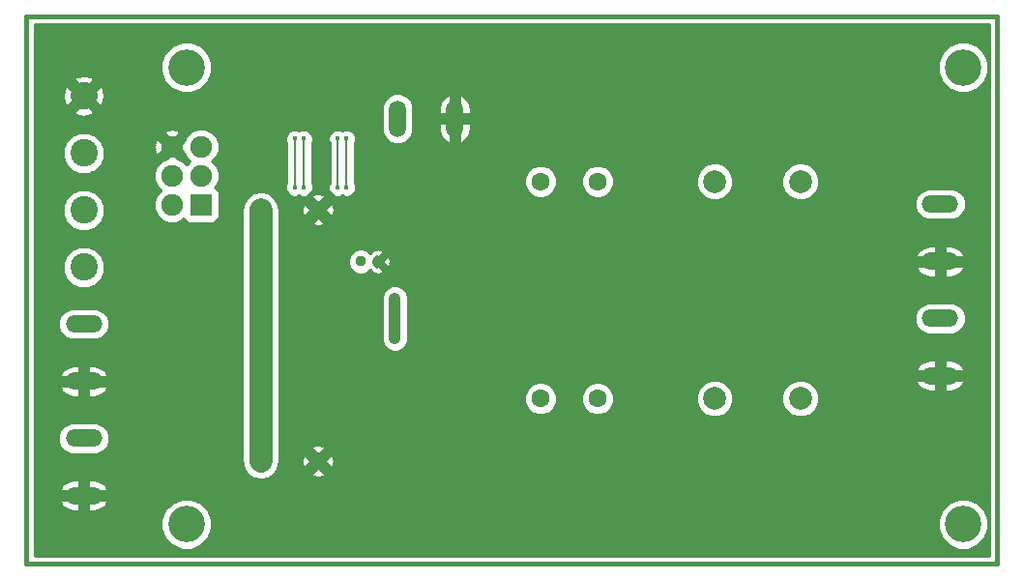
<source format=gbl>
G04 (created by PCBNEW-RS274X (2010-03-14)-final) date Wed 01 Feb 2012 01:55:13 GMT*
G01*
G70*
G90*
%MOIN*%
G04 Gerber Fmt 3.4, Leading zero omitted, Abs format*
%FSLAX34Y34*%
G04 APERTURE LIST*
%ADD10C,0.006000*%
%ADD11C,0.015000*%
%ADD12C,0.126000*%
%ADD13C,0.094500*%
%ADD14O,0.059100X0.126000*%
%ADD15O,0.126000X0.059100*%
%ADD16C,0.078700*%
%ADD17C,0.063000*%
%ADD18C,0.037400*%
%ADD19C,0.075000*%
%ADD20R,0.075000X0.075000*%
%ADD21C,0.039400*%
%ADD22C,0.031500*%
%ADD23C,0.015700*%
%ADD24C,0.007900*%
%ADD25C,0.039400*%
%ADD26C,0.078700*%
%ADD27C,0.010000*%
G04 APERTURE END LIST*
G54D10*
G54D11*
X67716Y-62205D02*
X34252Y-62205D01*
X67716Y-43307D02*
X67716Y-62205D01*
X34252Y-43307D02*
X67716Y-43307D01*
X34252Y-62205D02*
X34252Y-43307D01*
G54D12*
X39764Y-45079D03*
X39764Y-60827D03*
X66535Y-60827D03*
X66535Y-45079D03*
G54D13*
X36220Y-51968D03*
X36220Y-49999D03*
X36220Y-48031D03*
X36220Y-46062D03*
G54D14*
X47046Y-46850D03*
X49015Y-46850D03*
G54D15*
X65748Y-49802D03*
X65748Y-51771D03*
X36220Y-53936D03*
X36220Y-55905D03*
X36220Y-57873D03*
X36220Y-59842D03*
X65748Y-53739D03*
X65748Y-55708D03*
G54D16*
X57974Y-49016D03*
X60927Y-49016D03*
X57974Y-56496D03*
X60927Y-56496D03*
G54D17*
X42323Y-50000D03*
X44292Y-50000D03*
X42323Y-58661D03*
X44292Y-58661D03*
G54D18*
X45768Y-51772D03*
X46359Y-51772D03*
G54D19*
X39264Y-49819D03*
X39264Y-48819D03*
X39264Y-47819D03*
G54D20*
X40264Y-49819D03*
G54D19*
X40264Y-48819D03*
X40264Y-47819D03*
G54D17*
X53937Y-49016D03*
X51968Y-49016D03*
X53937Y-56496D03*
X51968Y-56496D03*
G54D21*
X55413Y-53838D03*
X55413Y-51673D03*
G54D22*
X44882Y-54744D03*
X44882Y-53917D03*
X46398Y-53051D03*
G54D21*
X46535Y-55610D03*
X43228Y-54842D03*
X39764Y-56299D03*
X39764Y-55512D03*
X39764Y-54724D03*
X39764Y-52362D03*
X49213Y-54331D03*
X45866Y-46161D03*
G54D23*
X45079Y-53150D03*
X45079Y-52756D03*
X44685Y-53150D03*
X44685Y-52756D03*
X45079Y-55512D03*
X45079Y-55905D03*
X44685Y-55512D03*
X44685Y-55905D03*
X45177Y-55118D03*
X44882Y-55118D03*
X44587Y-55118D03*
G54D22*
X44882Y-54331D03*
G54D23*
X45177Y-53543D03*
X44882Y-53543D03*
X44587Y-53543D03*
G54D22*
X44882Y-52953D03*
X44882Y-55709D03*
G54D23*
X45276Y-47539D03*
X45276Y-49213D03*
X44980Y-49213D03*
X44980Y-47539D03*
X43799Y-47539D03*
X43799Y-49213D03*
X43504Y-49213D03*
X43504Y-47539D03*
G54D21*
X46949Y-53051D03*
X46949Y-54429D03*
G54D24*
X45276Y-49213D02*
X45276Y-47539D01*
X44980Y-49213D02*
X44980Y-47539D01*
X43799Y-49213D02*
X43799Y-47539D01*
X43504Y-49213D02*
X43504Y-47539D01*
G54D25*
X46949Y-53051D02*
X46949Y-54429D01*
G54D26*
X42323Y-50000D02*
X42323Y-58661D01*
G54D27*
X34527Y-43582D02*
X67441Y-43582D01*
X34527Y-43662D02*
X67441Y-43662D01*
X34527Y-43742D02*
X67441Y-43742D01*
X34527Y-43822D02*
X67441Y-43822D01*
X34527Y-43902D02*
X67441Y-43902D01*
X34527Y-43982D02*
X67441Y-43982D01*
X34527Y-44062D02*
X67441Y-44062D01*
X34527Y-44142D02*
X67441Y-44142D01*
X34527Y-44222D02*
X39535Y-44222D01*
X39996Y-44222D02*
X66306Y-44222D01*
X66767Y-44222D02*
X67441Y-44222D01*
X34527Y-44302D02*
X39341Y-44302D01*
X40187Y-44302D02*
X66112Y-44302D01*
X66958Y-44302D02*
X67441Y-44302D01*
X34527Y-44382D02*
X39217Y-44382D01*
X40311Y-44382D02*
X65988Y-44382D01*
X67082Y-44382D02*
X67441Y-44382D01*
X34527Y-44462D02*
X39137Y-44462D01*
X40391Y-44462D02*
X65908Y-44462D01*
X67162Y-44462D02*
X67441Y-44462D01*
X34527Y-44542D02*
X39057Y-44542D01*
X40471Y-44542D02*
X65828Y-44542D01*
X67242Y-44542D02*
X67441Y-44542D01*
X34527Y-44622D02*
X39002Y-44622D01*
X40527Y-44622D02*
X65773Y-44622D01*
X67298Y-44622D02*
X67441Y-44622D01*
X34527Y-44702D02*
X38969Y-44702D01*
X40561Y-44702D02*
X65740Y-44702D01*
X67332Y-44702D02*
X67441Y-44702D01*
X34527Y-44782D02*
X38935Y-44782D01*
X40594Y-44782D02*
X65706Y-44782D01*
X67365Y-44782D02*
X67441Y-44782D01*
X34527Y-44862D02*
X38902Y-44862D01*
X40627Y-44862D02*
X65673Y-44862D01*
X67398Y-44862D02*
X67441Y-44862D01*
X34527Y-44942D02*
X38884Y-44942D01*
X40644Y-44942D02*
X65655Y-44942D01*
X67415Y-44942D02*
X67441Y-44942D01*
X34527Y-45022D02*
X38884Y-45022D01*
X40644Y-45022D02*
X65655Y-45022D01*
X67415Y-45022D02*
X67441Y-45022D01*
X34527Y-45102D02*
X38884Y-45102D01*
X40644Y-45102D02*
X65655Y-45102D01*
X67415Y-45102D02*
X67441Y-45102D01*
X34527Y-45182D02*
X38884Y-45182D01*
X40644Y-45182D02*
X65655Y-45182D01*
X67415Y-45182D02*
X67441Y-45182D01*
X34527Y-45262D02*
X38887Y-45262D01*
X40641Y-45262D02*
X65658Y-45262D01*
X67412Y-45262D02*
X67441Y-45262D01*
X34527Y-45342D02*
X36237Y-45342D01*
X36247Y-45342D02*
X38920Y-45342D01*
X40607Y-45342D02*
X65691Y-45342D01*
X67378Y-45342D02*
X67441Y-45342D01*
X34527Y-45422D02*
X35914Y-45422D01*
X36526Y-45422D02*
X38953Y-45422D01*
X40574Y-45422D02*
X65724Y-45422D01*
X67345Y-45422D02*
X67441Y-45422D01*
X34527Y-45502D02*
X35870Y-45502D01*
X36571Y-45502D02*
X38986Y-45502D01*
X40540Y-45502D02*
X65757Y-45502D01*
X67311Y-45502D02*
X67441Y-45502D01*
X34527Y-45582D02*
X35948Y-45582D01*
X36492Y-45582D02*
X39023Y-45582D01*
X40505Y-45582D02*
X65794Y-45582D01*
X67276Y-45582D02*
X67441Y-45582D01*
X34527Y-45662D02*
X36028Y-45662D01*
X36412Y-45662D02*
X39103Y-45662D01*
X40425Y-45662D02*
X65874Y-45662D01*
X67196Y-45662D02*
X67441Y-45662D01*
X34527Y-45742D02*
X35606Y-45742D01*
X35692Y-45742D02*
X36108Y-45742D01*
X36332Y-45742D02*
X36748Y-45742D01*
X36835Y-45742D02*
X39183Y-45742D01*
X40345Y-45742D02*
X65954Y-45742D01*
X67116Y-45742D02*
X67441Y-45742D01*
X34527Y-45822D02*
X35550Y-45822D01*
X35772Y-45822D02*
X36188Y-45822D01*
X36252Y-45822D02*
X36668Y-45822D01*
X36897Y-45822D02*
X39263Y-45822D01*
X40265Y-45822D02*
X66034Y-45822D01*
X67036Y-45822D02*
X67441Y-45822D01*
X34527Y-45902D02*
X35531Y-45902D01*
X35852Y-45902D02*
X36588Y-45902D01*
X36911Y-45902D02*
X39451Y-45902D01*
X40075Y-45902D02*
X66222Y-45902D01*
X66846Y-45902D02*
X67441Y-45902D01*
X34527Y-45982D02*
X35513Y-45982D01*
X35932Y-45982D02*
X36508Y-45982D01*
X36924Y-45982D02*
X46894Y-45982D01*
X47199Y-45982D02*
X67441Y-45982D01*
X34527Y-46062D02*
X35502Y-46062D01*
X36012Y-46062D02*
X36428Y-46062D01*
X36938Y-46062D02*
X46726Y-46062D01*
X47367Y-46062D02*
X48725Y-46062D01*
X48868Y-46062D02*
X49162Y-46062D01*
X49306Y-46062D02*
X67441Y-46062D01*
X34527Y-46142D02*
X35516Y-46142D01*
X35932Y-46142D02*
X36508Y-46142D01*
X36927Y-46142D02*
X46646Y-46142D01*
X47447Y-46142D02*
X48625Y-46142D01*
X48868Y-46142D02*
X49162Y-46142D01*
X49406Y-46142D02*
X67441Y-46142D01*
X34527Y-46222D02*
X35529Y-46222D01*
X35852Y-46222D02*
X36588Y-46222D01*
X36909Y-46222D02*
X46582Y-46222D01*
X47512Y-46222D02*
X48567Y-46222D01*
X48868Y-46222D02*
X49162Y-46222D01*
X49464Y-46222D02*
X67441Y-46222D01*
X34527Y-46302D02*
X35543Y-46302D01*
X35772Y-46302D02*
X36188Y-46302D01*
X36252Y-46302D02*
X36668Y-46302D01*
X36890Y-46302D02*
X46549Y-46302D01*
X47544Y-46302D02*
X48516Y-46302D01*
X48868Y-46302D02*
X49162Y-46302D01*
X49515Y-46302D02*
X67441Y-46302D01*
X34527Y-46382D02*
X35605Y-46382D01*
X35692Y-46382D02*
X36108Y-46382D01*
X36332Y-46382D02*
X36748Y-46382D01*
X36834Y-46382D02*
X46515Y-46382D01*
X47577Y-46382D02*
X48497Y-46382D01*
X48868Y-46382D02*
X49162Y-46382D01*
X49534Y-46382D02*
X67441Y-46382D01*
X34527Y-46462D02*
X36028Y-46462D01*
X36412Y-46462D02*
X46511Y-46462D01*
X47581Y-46462D02*
X48478Y-46462D01*
X48868Y-46462D02*
X49162Y-46462D01*
X49553Y-46462D02*
X67441Y-46462D01*
X34527Y-46542D02*
X35948Y-46542D01*
X36492Y-46542D02*
X46511Y-46542D01*
X47581Y-46542D02*
X48470Y-46542D01*
X48868Y-46542D02*
X49162Y-46542D01*
X49560Y-46542D02*
X67441Y-46542D01*
X34527Y-46622D02*
X35869Y-46622D01*
X36570Y-46622D02*
X46511Y-46622D01*
X47581Y-46622D02*
X48470Y-46622D01*
X48868Y-46622D02*
X49162Y-46622D01*
X49560Y-46622D02*
X67441Y-46622D01*
X34527Y-46702D02*
X35914Y-46702D01*
X36526Y-46702D02*
X46511Y-46702D01*
X47581Y-46702D02*
X48470Y-46702D01*
X48868Y-46702D02*
X49162Y-46702D01*
X49560Y-46702D02*
X67441Y-46702D01*
X34527Y-46782D02*
X36193Y-46782D01*
X36203Y-46782D02*
X46511Y-46782D01*
X47581Y-46782D02*
X67441Y-46782D01*
X34527Y-46862D02*
X46511Y-46862D01*
X47581Y-46862D02*
X67441Y-46862D01*
X34527Y-46942D02*
X46511Y-46942D01*
X47581Y-46942D02*
X67441Y-46942D01*
X34527Y-47022D02*
X46511Y-47022D01*
X47581Y-47022D02*
X48470Y-47022D01*
X48868Y-47022D02*
X49162Y-47022D01*
X49560Y-47022D02*
X67441Y-47022D01*
X34527Y-47102D02*
X46511Y-47102D01*
X47581Y-47102D02*
X48470Y-47102D01*
X48868Y-47102D02*
X49162Y-47102D01*
X49560Y-47102D02*
X67441Y-47102D01*
X34527Y-47182D02*
X46511Y-47182D01*
X47581Y-47182D02*
X48470Y-47182D01*
X48868Y-47182D02*
X49162Y-47182D01*
X49560Y-47182D02*
X67441Y-47182D01*
X34527Y-47262D02*
X39017Y-47262D01*
X39512Y-47262D02*
X39976Y-47262D01*
X40553Y-47262D02*
X43317Y-47262D01*
X43986Y-47262D02*
X44793Y-47262D01*
X45463Y-47262D02*
X46511Y-47262D01*
X47581Y-47262D02*
X48483Y-47262D01*
X48868Y-47262D02*
X49162Y-47262D01*
X49546Y-47262D02*
X67441Y-47262D01*
X34527Y-47342D02*
X35998Y-47342D01*
X36444Y-47342D02*
X38995Y-47342D01*
X39533Y-47342D02*
X39857Y-47342D01*
X40671Y-47342D02*
X43237Y-47342D01*
X44066Y-47342D02*
X44713Y-47342D01*
X45543Y-47342D02*
X46524Y-47342D01*
X47567Y-47342D02*
X48502Y-47342D01*
X48868Y-47342D02*
X49162Y-47342D01*
X49527Y-47342D02*
X67441Y-47342D01*
X34527Y-47422D02*
X35809Y-47422D01*
X36632Y-47422D02*
X39075Y-47422D01*
X39453Y-47422D02*
X39777Y-47422D01*
X40751Y-47422D02*
X43198Y-47422D01*
X44106Y-47422D02*
X44674Y-47422D01*
X45583Y-47422D02*
X46557Y-47422D01*
X47533Y-47422D02*
X48526Y-47422D01*
X48868Y-47422D02*
X49162Y-47422D01*
X49503Y-47422D02*
X67441Y-47422D01*
X34527Y-47502D02*
X35729Y-47502D01*
X36712Y-47502D02*
X39155Y-47502D01*
X39373Y-47502D02*
X39719Y-47502D01*
X40810Y-47502D02*
X43176Y-47502D01*
X44127Y-47502D02*
X44652Y-47502D01*
X45604Y-47502D02*
X46590Y-47502D01*
X47500Y-47502D02*
X48584Y-47502D01*
X48868Y-47502D02*
X49162Y-47502D01*
X49445Y-47502D02*
X67441Y-47502D01*
X34527Y-47582D02*
X35648Y-47582D01*
X36792Y-47582D02*
X38686Y-47582D01*
X38819Y-47582D02*
X39235Y-47582D01*
X39293Y-47582D02*
X39685Y-47582D01*
X40843Y-47582D02*
X43176Y-47582D01*
X44127Y-47582D02*
X44652Y-47582D01*
X45604Y-47582D02*
X46669Y-47582D01*
X47422Y-47582D02*
X48641Y-47582D01*
X48868Y-47582D02*
X49162Y-47582D01*
X49388Y-47582D02*
X67441Y-47582D01*
X34527Y-47662D02*
X35592Y-47662D01*
X36849Y-47662D02*
X38671Y-47662D01*
X38899Y-47662D02*
X39629Y-47662D01*
X40876Y-47662D02*
X43200Y-47662D01*
X44102Y-47662D02*
X44676Y-47662D01*
X45579Y-47662D02*
X46759Y-47662D01*
X47334Y-47662D02*
X48760Y-47662D01*
X48829Y-47662D02*
X49200Y-47662D01*
X49269Y-47662D02*
X67441Y-47662D01*
X34527Y-47742D02*
X35559Y-47742D01*
X36882Y-47742D02*
X38655Y-47742D01*
X38979Y-47742D02*
X39549Y-47742D01*
X40889Y-47742D02*
X43215Y-47742D01*
X44088Y-47742D02*
X44691Y-47742D01*
X45565Y-47742D02*
X67441Y-47742D01*
X34527Y-47822D02*
X35525Y-47822D01*
X36915Y-47822D02*
X38639Y-47822D01*
X39053Y-47822D02*
X39475Y-47822D01*
X40889Y-47822D02*
X43215Y-47822D01*
X44088Y-47822D02*
X44691Y-47822D01*
X45565Y-47822D02*
X67441Y-47822D01*
X34527Y-47902D02*
X35498Y-47902D01*
X36942Y-47902D02*
X38655Y-47902D01*
X38973Y-47902D02*
X39555Y-47902D01*
X40889Y-47902D02*
X43215Y-47902D01*
X44088Y-47902D02*
X44691Y-47902D01*
X45565Y-47902D02*
X67441Y-47902D01*
X34527Y-47982D02*
X35498Y-47982D01*
X36942Y-47982D02*
X38671Y-47982D01*
X38893Y-47982D02*
X39635Y-47982D01*
X40873Y-47982D02*
X43215Y-47982D01*
X44088Y-47982D02*
X44691Y-47982D01*
X45565Y-47982D02*
X67441Y-47982D01*
X34527Y-48062D02*
X35498Y-48062D01*
X36942Y-48062D02*
X38696Y-48062D01*
X38813Y-48062D02*
X39229Y-48062D01*
X39299Y-48062D02*
X39688Y-48062D01*
X40840Y-48062D02*
X43215Y-48062D01*
X44088Y-48062D02*
X44691Y-48062D01*
X45565Y-48062D02*
X67441Y-48062D01*
X34527Y-48142D02*
X35498Y-48142D01*
X36942Y-48142D02*
X39149Y-48142D01*
X39379Y-48142D02*
X39721Y-48142D01*
X40806Y-48142D02*
X43215Y-48142D01*
X44088Y-48142D02*
X44691Y-48142D01*
X45565Y-48142D02*
X67441Y-48142D01*
X34527Y-48222D02*
X35517Y-48222D01*
X36922Y-48222D02*
X39069Y-48222D01*
X39459Y-48222D02*
X39783Y-48222D01*
X40744Y-48222D02*
X43215Y-48222D01*
X44088Y-48222D02*
X44691Y-48222D01*
X45565Y-48222D02*
X67441Y-48222D01*
X34527Y-48302D02*
X35551Y-48302D01*
X36889Y-48302D02*
X38897Y-48302D01*
X39632Y-48302D02*
X39863Y-48302D01*
X40663Y-48302D02*
X43215Y-48302D01*
X44088Y-48302D02*
X44691Y-48302D01*
X45565Y-48302D02*
X67441Y-48302D01*
X34527Y-48382D02*
X35584Y-48382D01*
X36856Y-48382D02*
X38817Y-48382D01*
X39712Y-48382D02*
X39816Y-48382D01*
X40711Y-48382D02*
X43215Y-48382D01*
X44088Y-48382D02*
X44691Y-48382D01*
X45565Y-48382D02*
X57826Y-48382D01*
X58125Y-48382D02*
X60779Y-48382D01*
X61078Y-48382D02*
X67441Y-48382D01*
X34527Y-48462D02*
X35630Y-48462D01*
X36809Y-48462D02*
X38737Y-48462D01*
X40791Y-48462D02*
X43215Y-48462D01*
X44088Y-48462D02*
X44691Y-48462D01*
X45565Y-48462D02*
X51830Y-48462D01*
X52108Y-48462D02*
X53799Y-48462D01*
X54077Y-48462D02*
X57633Y-48462D01*
X58316Y-48462D02*
X60586Y-48462D01*
X61269Y-48462D02*
X67441Y-48462D01*
X34527Y-48542D02*
X35710Y-48542D01*
X36729Y-48542D02*
X38703Y-48542D01*
X40826Y-48542D02*
X43215Y-48542D01*
X44088Y-48542D02*
X44691Y-48542D01*
X45565Y-48542D02*
X51643Y-48542D01*
X52293Y-48542D02*
X53612Y-48542D01*
X54262Y-48542D02*
X57540Y-48542D01*
X58409Y-48542D02*
X60493Y-48542D01*
X61362Y-48542D02*
X67441Y-48542D01*
X34527Y-48622D02*
X35790Y-48622D01*
X36649Y-48622D02*
X38669Y-48622D01*
X40859Y-48622D02*
X43215Y-48622D01*
X44088Y-48622D02*
X44691Y-48622D01*
X45565Y-48622D02*
X51563Y-48622D01*
X52373Y-48622D02*
X53532Y-48622D01*
X54342Y-48622D02*
X57460Y-48622D01*
X58489Y-48622D02*
X60413Y-48622D01*
X61442Y-48622D02*
X67441Y-48622D01*
X34527Y-48702D02*
X35953Y-48702D01*
X36485Y-48702D02*
X38639Y-48702D01*
X40889Y-48702D02*
X43215Y-48702D01*
X44088Y-48702D02*
X44691Y-48702D01*
X45565Y-48702D02*
X51487Y-48702D01*
X52450Y-48702D02*
X53456Y-48702D01*
X54419Y-48702D02*
X57409Y-48702D01*
X58540Y-48702D02*
X60362Y-48702D01*
X61493Y-48702D02*
X67441Y-48702D01*
X34527Y-48782D02*
X38639Y-48782D01*
X40889Y-48782D02*
X43215Y-48782D01*
X44088Y-48782D02*
X44691Y-48782D01*
X45565Y-48782D02*
X51454Y-48782D01*
X52483Y-48782D02*
X53423Y-48782D01*
X54452Y-48782D02*
X57376Y-48782D01*
X58573Y-48782D02*
X60329Y-48782D01*
X61526Y-48782D02*
X67441Y-48782D01*
X34527Y-48862D02*
X38639Y-48862D01*
X40889Y-48862D02*
X43215Y-48862D01*
X44088Y-48862D02*
X44691Y-48862D01*
X45565Y-48862D02*
X51421Y-48862D01*
X52516Y-48862D02*
X53390Y-48862D01*
X54485Y-48862D02*
X57342Y-48862D01*
X58606Y-48862D02*
X60295Y-48862D01*
X61559Y-48862D02*
X67441Y-48862D01*
X34527Y-48942D02*
X38639Y-48942D01*
X40889Y-48942D02*
X43215Y-48942D01*
X44088Y-48942D02*
X44691Y-48942D01*
X45565Y-48942D02*
X51403Y-48942D01*
X52533Y-48942D02*
X53372Y-48942D01*
X54502Y-48942D02*
X57331Y-48942D01*
X58617Y-48942D02*
X60284Y-48942D01*
X61570Y-48942D02*
X67441Y-48942D01*
X34527Y-49022D02*
X38671Y-49022D01*
X40856Y-49022D02*
X43215Y-49022D01*
X44088Y-49022D02*
X44691Y-49022D01*
X45565Y-49022D02*
X51403Y-49022D01*
X52533Y-49022D02*
X53372Y-49022D01*
X54502Y-49022D02*
X57331Y-49022D01*
X58617Y-49022D02*
X60284Y-49022D01*
X61570Y-49022D02*
X67441Y-49022D01*
X34527Y-49102D02*
X38704Y-49102D01*
X40823Y-49102D02*
X43195Y-49102D01*
X44109Y-49102D02*
X44671Y-49102D01*
X45586Y-49102D02*
X51403Y-49102D01*
X52533Y-49102D02*
X53372Y-49102D01*
X54502Y-49102D02*
X57331Y-49102D01*
X58617Y-49102D02*
X60284Y-49102D01*
X61570Y-49102D02*
X67441Y-49102D01*
X34527Y-49182D02*
X38743Y-49182D01*
X40784Y-49182D02*
X43176Y-49182D01*
X44127Y-49182D02*
X44652Y-49182D01*
X45604Y-49182D02*
X51425Y-49182D01*
X52510Y-49182D02*
X53394Y-49182D01*
X54479Y-49182D02*
X57347Y-49182D01*
X58601Y-49182D02*
X60300Y-49182D01*
X61554Y-49182D02*
X67441Y-49182D01*
X34527Y-49262D02*
X38823Y-49262D01*
X40809Y-49262D02*
X43176Y-49262D01*
X44127Y-49262D02*
X44652Y-49262D01*
X45604Y-49262D02*
X51458Y-49262D01*
X52477Y-49262D02*
X53427Y-49262D01*
X54446Y-49262D02*
X57380Y-49262D01*
X58567Y-49262D02*
X60333Y-49262D01*
X61520Y-49262D02*
X67441Y-49262D01*
X34527Y-49342D02*
X35920Y-49342D01*
X36521Y-49342D02*
X38857Y-49342D01*
X40867Y-49342D02*
X43202Y-49342D01*
X44100Y-49342D02*
X44678Y-49342D01*
X45577Y-49342D02*
X51495Y-49342D01*
X52441Y-49342D02*
X53464Y-49342D01*
X54410Y-49342D02*
X57413Y-49342D01*
X58534Y-49342D02*
X60366Y-49342D01*
X61487Y-49342D02*
X65108Y-49342D01*
X66387Y-49342D02*
X67441Y-49342D01*
X34527Y-49422D02*
X35777Y-49422D01*
X36664Y-49422D02*
X38777Y-49422D01*
X40888Y-49422D02*
X42053Y-49422D01*
X42594Y-49422D02*
X43249Y-49422D01*
X44054Y-49422D02*
X44725Y-49422D01*
X45531Y-49422D02*
X51575Y-49422D01*
X52361Y-49422D02*
X53544Y-49422D01*
X54330Y-49422D02*
X57471Y-49422D01*
X58476Y-49422D02*
X60424Y-49422D01*
X61429Y-49422D02*
X65020Y-49422D01*
X66477Y-49422D02*
X67441Y-49422D01*
X34527Y-49502D02*
X35697Y-49502D01*
X36744Y-49502D02*
X38719Y-49502D01*
X40888Y-49502D02*
X41933Y-49502D01*
X42714Y-49502D02*
X43344Y-49502D01*
X43958Y-49502D02*
X44079Y-49502D01*
X44506Y-49502D02*
X44820Y-49502D01*
X45435Y-49502D02*
X51664Y-49502D01*
X52271Y-49502D02*
X53633Y-49502D01*
X54240Y-49502D02*
X57551Y-49502D01*
X58396Y-49502D02*
X60504Y-49502D01*
X61349Y-49502D02*
X64942Y-49502D01*
X66556Y-49502D02*
X67441Y-49502D01*
X34527Y-49582D02*
X35617Y-49582D01*
X36824Y-49582D02*
X38686Y-49582D01*
X40888Y-49582D02*
X41844Y-49582D01*
X42803Y-49582D02*
X44082Y-49582D01*
X44502Y-49582D02*
X57661Y-49582D01*
X58286Y-49582D02*
X60614Y-49582D01*
X61239Y-49582D02*
X64909Y-49582D01*
X66589Y-49582D02*
X67441Y-49582D01*
X34527Y-49662D02*
X35579Y-49662D01*
X36862Y-49662D02*
X38653Y-49662D01*
X40888Y-49662D02*
X41791Y-49662D01*
X42856Y-49662D02*
X44162Y-49662D01*
X44422Y-49662D02*
X64875Y-49662D01*
X66622Y-49662D02*
X67441Y-49662D01*
X34527Y-49742D02*
X35545Y-49742D01*
X36895Y-49742D02*
X38639Y-49742D01*
X40888Y-49742D02*
X41737Y-49742D01*
X42910Y-49742D02*
X44242Y-49742D01*
X44342Y-49742D02*
X64861Y-49742D01*
X66635Y-49742D02*
X67441Y-49742D01*
X34527Y-49822D02*
X35512Y-49822D01*
X36928Y-49822D02*
X38639Y-49822D01*
X40888Y-49822D02*
X41716Y-49822D01*
X42931Y-49822D02*
X43761Y-49822D01*
X43906Y-49822D02*
X44678Y-49822D01*
X44824Y-49822D02*
X64861Y-49822D01*
X66635Y-49822D02*
X67441Y-49822D01*
X34527Y-49902D02*
X35498Y-49902D01*
X36942Y-49902D02*
X38639Y-49902D01*
X40888Y-49902D02*
X41700Y-49902D01*
X42947Y-49902D02*
X43748Y-49902D01*
X43986Y-49902D02*
X44598Y-49902D01*
X44840Y-49902D02*
X64861Y-49902D01*
X66635Y-49902D02*
X67441Y-49902D01*
X34527Y-49982D02*
X35498Y-49982D01*
X36942Y-49982D02*
X38655Y-49982D01*
X40888Y-49982D02*
X41684Y-49982D01*
X42963Y-49982D02*
X43734Y-49982D01*
X44066Y-49982D02*
X44518Y-49982D01*
X44856Y-49982D02*
X64891Y-49982D01*
X66604Y-49982D02*
X67441Y-49982D01*
X34527Y-50062D02*
X35498Y-50062D01*
X36942Y-50062D02*
X38688Y-50062D01*
X40888Y-50062D02*
X41680Y-50062D01*
X42966Y-50062D02*
X43737Y-50062D01*
X44022Y-50062D02*
X44562Y-50062D01*
X44842Y-50062D02*
X64924Y-50062D01*
X66570Y-50062D02*
X67441Y-50062D01*
X34527Y-50142D02*
X35498Y-50142D01*
X36942Y-50142D02*
X38721Y-50142D01*
X40888Y-50142D02*
X41680Y-50142D01*
X42966Y-50142D02*
X43753Y-50142D01*
X43942Y-50142D02*
X44642Y-50142D01*
X44829Y-50142D02*
X64979Y-50142D01*
X66516Y-50142D02*
X67441Y-50142D01*
X34527Y-50222D02*
X35531Y-50222D01*
X36909Y-50222D02*
X38783Y-50222D01*
X40888Y-50222D02*
X41680Y-50222D01*
X42966Y-50222D02*
X43813Y-50222D01*
X43862Y-50222D02*
X44278Y-50222D01*
X44306Y-50222D02*
X44722Y-50222D01*
X44770Y-50222D02*
X65059Y-50222D01*
X66436Y-50222D02*
X67441Y-50222D01*
X34527Y-50302D02*
X35564Y-50302D01*
X36876Y-50302D02*
X38863Y-50302D01*
X39664Y-50302D02*
X39664Y-50302D01*
X40863Y-50302D02*
X41680Y-50302D01*
X42966Y-50302D02*
X44198Y-50302D01*
X44386Y-50302D02*
X65205Y-50302D01*
X66291Y-50302D02*
X67441Y-50302D01*
X34527Y-50382D02*
X35597Y-50382D01*
X36842Y-50382D02*
X38989Y-50382D01*
X39538Y-50382D02*
X39725Y-50382D01*
X40803Y-50382D02*
X41680Y-50382D01*
X42966Y-50382D02*
X44118Y-50382D01*
X44466Y-50382D02*
X67441Y-50382D01*
X34527Y-50462D02*
X35662Y-50462D01*
X36777Y-50462D02*
X41680Y-50462D01*
X42966Y-50462D02*
X44063Y-50462D01*
X44520Y-50462D02*
X67441Y-50462D01*
X34527Y-50542D02*
X35742Y-50542D01*
X36697Y-50542D02*
X41680Y-50542D01*
X42966Y-50542D02*
X44178Y-50542D01*
X44418Y-50542D02*
X67441Y-50542D01*
X34527Y-50622D02*
X35837Y-50622D01*
X36601Y-50622D02*
X41680Y-50622D01*
X42966Y-50622D02*
X67441Y-50622D01*
X34527Y-50702D02*
X36030Y-50702D01*
X36408Y-50702D02*
X41680Y-50702D01*
X42966Y-50702D02*
X67441Y-50702D01*
X34527Y-50782D02*
X41680Y-50782D01*
X42966Y-50782D02*
X67441Y-50782D01*
X34527Y-50862D02*
X41680Y-50862D01*
X42966Y-50862D02*
X67441Y-50862D01*
X34527Y-50942D02*
X41680Y-50942D01*
X42966Y-50942D02*
X67441Y-50942D01*
X34527Y-51022D02*
X41680Y-51022D01*
X42966Y-51022D02*
X67441Y-51022D01*
X34527Y-51102D02*
X41680Y-51102D01*
X42966Y-51102D02*
X67441Y-51102D01*
X34527Y-51182D02*
X41680Y-51182D01*
X42966Y-51182D02*
X67441Y-51182D01*
X34527Y-51262D02*
X36038Y-51262D01*
X36403Y-51262D02*
X41680Y-51262D01*
X42966Y-51262D02*
X65240Y-51262D01*
X65601Y-51262D02*
X65895Y-51262D01*
X66256Y-51262D02*
X67441Y-51262D01*
X34527Y-51342D02*
X35846Y-51342D01*
X36596Y-51342D02*
X41680Y-51342D01*
X42966Y-51342D02*
X45665Y-51342D01*
X45873Y-51342D02*
X46335Y-51342D01*
X46396Y-51342D02*
X65094Y-51342D01*
X65601Y-51342D02*
X65895Y-51342D01*
X66403Y-51342D02*
X67441Y-51342D01*
X34527Y-51422D02*
X35746Y-51422D01*
X36695Y-51422D02*
X41680Y-51422D01*
X42966Y-51422D02*
X45500Y-51422D01*
X46036Y-51422D02*
X46150Y-51422D01*
X46545Y-51422D02*
X64999Y-51422D01*
X65601Y-51422D02*
X65895Y-51422D01*
X66498Y-51422D02*
X67441Y-51422D01*
X34527Y-51502D02*
X35666Y-51502D01*
X36775Y-51502D02*
X41680Y-51502D01*
X42966Y-51502D02*
X45420Y-51502D01*
X46497Y-51502D02*
X64946Y-51502D01*
X65601Y-51502D02*
X65895Y-51502D01*
X66551Y-51502D02*
X67441Y-51502D01*
X34527Y-51582D02*
X35599Y-51582D01*
X36842Y-51582D02*
X41680Y-51582D01*
X42966Y-51582D02*
X45374Y-51582D01*
X46417Y-51582D02*
X46681Y-51582D01*
X46686Y-51582D02*
X64934Y-51582D01*
X65601Y-51582D02*
X65895Y-51582D01*
X66561Y-51582D02*
X67441Y-51582D01*
X34527Y-51662D02*
X35566Y-51662D01*
X36875Y-51662D02*
X41680Y-51662D01*
X42966Y-51662D02*
X45341Y-51662D01*
X46260Y-51662D02*
X46601Y-51662D01*
X46775Y-51662D02*
X67441Y-51662D01*
X34527Y-51742D02*
X35533Y-51742D01*
X36908Y-51742D02*
X41680Y-51742D01*
X42966Y-51742D02*
X45331Y-51742D01*
X46205Y-51742D02*
X46521Y-51742D01*
X46789Y-51742D02*
X67441Y-51742D01*
X34527Y-51822D02*
X35499Y-51822D01*
X36941Y-51822D02*
X41680Y-51822D01*
X42966Y-51822D02*
X45331Y-51822D01*
X46205Y-51822D02*
X46540Y-51822D01*
X46786Y-51822D02*
X67441Y-51822D01*
X34527Y-51902D02*
X35498Y-51902D01*
X36942Y-51902D02*
X41680Y-51902D01*
X42966Y-51902D02*
X45349Y-51902D01*
X46281Y-51902D02*
X46620Y-51902D01*
X46768Y-51902D02*
X67441Y-51902D01*
X34527Y-51982D02*
X35498Y-51982D01*
X36942Y-51982D02*
X41680Y-51982D01*
X42966Y-51982D02*
X45381Y-51982D01*
X46438Y-51982D02*
X64925Y-51982D01*
X65601Y-51982D02*
X65895Y-51982D01*
X66571Y-51982D02*
X67441Y-51982D01*
X34527Y-52062D02*
X35498Y-52062D01*
X36942Y-52062D02*
X41680Y-52062D01*
X42966Y-52062D02*
X45440Y-52062D01*
X46518Y-52062D02*
X64960Y-52062D01*
X65601Y-52062D02*
X65895Y-52062D01*
X66535Y-52062D02*
X67441Y-52062D01*
X34527Y-52142D02*
X35510Y-52142D01*
X36929Y-52142D02*
X41680Y-52142D01*
X42966Y-52142D02*
X45520Y-52142D01*
X46015Y-52142D02*
X46171Y-52142D01*
X46540Y-52142D02*
X65013Y-52142D01*
X65601Y-52142D02*
X65895Y-52142D01*
X66483Y-52142D02*
X67441Y-52142D01*
X34527Y-52222D02*
X35544Y-52222D01*
X36896Y-52222D02*
X41680Y-52222D01*
X42966Y-52222D02*
X65123Y-52222D01*
X65601Y-52222D02*
X65895Y-52222D01*
X66372Y-52222D02*
X67441Y-52222D01*
X34527Y-52302D02*
X35577Y-52302D01*
X36863Y-52302D02*
X41680Y-52302D01*
X42966Y-52302D02*
X65334Y-52302D01*
X65601Y-52302D02*
X65895Y-52302D01*
X66162Y-52302D02*
X67441Y-52302D01*
X34527Y-52382D02*
X35613Y-52382D01*
X36826Y-52382D02*
X41680Y-52382D01*
X42966Y-52382D02*
X67441Y-52382D01*
X34527Y-52462D02*
X35693Y-52462D01*
X36746Y-52462D02*
X41680Y-52462D01*
X42966Y-52462D02*
X67441Y-52462D01*
X34527Y-52542D02*
X35773Y-52542D01*
X36666Y-52542D02*
X41680Y-52542D01*
X42966Y-52542D02*
X67441Y-52542D01*
X34527Y-52622D02*
X35912Y-52622D01*
X36526Y-52622D02*
X41680Y-52622D01*
X42966Y-52622D02*
X46819Y-52622D01*
X47079Y-52622D02*
X67441Y-52622D01*
X34527Y-52702D02*
X41680Y-52702D01*
X42966Y-52702D02*
X46667Y-52702D01*
X47231Y-52702D02*
X67441Y-52702D01*
X34527Y-52782D02*
X41680Y-52782D01*
X42966Y-52782D02*
X46587Y-52782D01*
X47311Y-52782D02*
X67441Y-52782D01*
X34527Y-52862D02*
X41680Y-52862D01*
X42966Y-52862D02*
X46544Y-52862D01*
X47354Y-52862D02*
X67441Y-52862D01*
X34527Y-52942D02*
X41680Y-52942D01*
X42966Y-52942D02*
X46512Y-52942D01*
X47387Y-52942D02*
X67441Y-52942D01*
X34527Y-53022D02*
X41680Y-53022D01*
X42966Y-53022D02*
X46503Y-53022D01*
X47395Y-53022D02*
X67441Y-53022D01*
X34527Y-53102D02*
X41680Y-53102D01*
X42966Y-53102D02*
X46502Y-53102D01*
X47396Y-53102D02*
X67441Y-53102D01*
X34527Y-53182D02*
X41680Y-53182D01*
X42966Y-53182D02*
X46502Y-53182D01*
X47396Y-53182D02*
X67441Y-53182D01*
X34527Y-53262D02*
X41680Y-53262D01*
X42966Y-53262D02*
X46502Y-53262D01*
X47396Y-53262D02*
X65149Y-53262D01*
X66346Y-53262D02*
X67441Y-53262D01*
X34527Y-53342D02*
X41680Y-53342D01*
X42966Y-53342D02*
X46502Y-53342D01*
X47396Y-53342D02*
X65037Y-53342D01*
X66460Y-53342D02*
X67441Y-53342D01*
X34527Y-53422D02*
X35711Y-53422D01*
X36730Y-53422D02*
X41680Y-53422D01*
X42966Y-53422D02*
X46502Y-53422D01*
X47396Y-53422D02*
X64957Y-53422D01*
X66540Y-53422D02*
X67441Y-53422D01*
X34527Y-53502D02*
X35546Y-53502D01*
X36895Y-53502D02*
X41680Y-53502D01*
X42966Y-53502D02*
X46502Y-53502D01*
X47396Y-53502D02*
X64916Y-53502D01*
X66582Y-53502D02*
X67441Y-53502D01*
X34527Y-53582D02*
X35466Y-53582D01*
X36975Y-53582D02*
X41680Y-53582D01*
X42966Y-53582D02*
X46502Y-53582D01*
X47396Y-53582D02*
X64882Y-53582D01*
X66615Y-53582D02*
X67441Y-53582D01*
X34527Y-53662D02*
X35403Y-53662D01*
X37038Y-53662D02*
X41680Y-53662D01*
X42966Y-53662D02*
X46502Y-53662D01*
X47396Y-53662D02*
X64861Y-53662D01*
X66635Y-53662D02*
X67441Y-53662D01*
X34527Y-53742D02*
X35370Y-53742D01*
X37071Y-53742D02*
X41680Y-53742D01*
X42966Y-53742D02*
X46502Y-53742D01*
X47396Y-53742D02*
X64861Y-53742D01*
X66635Y-53742D02*
X67441Y-53742D01*
X34527Y-53822D02*
X35336Y-53822D01*
X37104Y-53822D02*
X41680Y-53822D01*
X42966Y-53822D02*
X46502Y-53822D01*
X47396Y-53822D02*
X64861Y-53822D01*
X66635Y-53822D02*
X67441Y-53822D01*
X34527Y-53902D02*
X35333Y-53902D01*
X37107Y-53902D02*
X41680Y-53902D01*
X42966Y-53902D02*
X46502Y-53902D01*
X47396Y-53902D02*
X64884Y-53902D01*
X66611Y-53902D02*
X67441Y-53902D01*
X34527Y-53982D02*
X35333Y-53982D01*
X37107Y-53982D02*
X41680Y-53982D01*
X42966Y-53982D02*
X46502Y-53982D01*
X47396Y-53982D02*
X64917Y-53982D01*
X66578Y-53982D02*
X67441Y-53982D01*
X34527Y-54062D02*
X35341Y-54062D01*
X37099Y-54062D02*
X41680Y-54062D01*
X42966Y-54062D02*
X46502Y-54062D01*
X47396Y-54062D02*
X64962Y-54062D01*
X66533Y-54062D02*
X67441Y-54062D01*
X34527Y-54142D02*
X35374Y-54142D01*
X37065Y-54142D02*
X41680Y-54142D01*
X42966Y-54142D02*
X46502Y-54142D01*
X47396Y-54142D02*
X65042Y-54142D01*
X66453Y-54142D02*
X67441Y-54142D01*
X34527Y-54222D02*
X35407Y-54222D01*
X37032Y-54222D02*
X41680Y-54222D01*
X42966Y-54222D02*
X46502Y-54222D01*
X47396Y-54222D02*
X65164Y-54222D01*
X66332Y-54222D02*
X67441Y-54222D01*
X34527Y-54302D02*
X35477Y-54302D01*
X36962Y-54302D02*
X41680Y-54302D01*
X42966Y-54302D02*
X46502Y-54302D01*
X47396Y-54302D02*
X67441Y-54302D01*
X34527Y-54382D02*
X35557Y-54382D01*
X36882Y-54382D02*
X41680Y-54382D01*
X42966Y-54382D02*
X46502Y-54382D01*
X47396Y-54382D02*
X67441Y-54382D01*
X34527Y-54462D02*
X35739Y-54462D01*
X36699Y-54462D02*
X41680Y-54462D01*
X42966Y-54462D02*
X46503Y-54462D01*
X47395Y-54462D02*
X67441Y-54462D01*
X34527Y-54542D02*
X41680Y-54542D01*
X42966Y-54542D02*
X46513Y-54542D01*
X47384Y-54542D02*
X67441Y-54542D01*
X34527Y-54622D02*
X41680Y-54622D01*
X42966Y-54622D02*
X46546Y-54622D01*
X47351Y-54622D02*
X67441Y-54622D01*
X34527Y-54702D02*
X41680Y-54702D01*
X42966Y-54702D02*
X46591Y-54702D01*
X47306Y-54702D02*
X67441Y-54702D01*
X34527Y-54782D02*
X41680Y-54782D01*
X42966Y-54782D02*
X46671Y-54782D01*
X47226Y-54782D02*
X67441Y-54782D01*
X34527Y-54862D02*
X41680Y-54862D01*
X42966Y-54862D02*
X46829Y-54862D01*
X47067Y-54862D02*
X67441Y-54862D01*
X34527Y-54942D02*
X41680Y-54942D01*
X42966Y-54942D02*
X67441Y-54942D01*
X34527Y-55022D02*
X41680Y-55022D01*
X42966Y-55022D02*
X67441Y-55022D01*
X34527Y-55102D02*
X41680Y-55102D01*
X42966Y-55102D02*
X67441Y-55102D01*
X34527Y-55182D02*
X41680Y-55182D01*
X42966Y-55182D02*
X65311Y-55182D01*
X65601Y-55182D02*
X65895Y-55182D01*
X66184Y-55182D02*
X67441Y-55182D01*
X34527Y-55262D02*
X41680Y-55262D01*
X42966Y-55262D02*
X65117Y-55262D01*
X65601Y-55262D02*
X65895Y-55262D01*
X66380Y-55262D02*
X67441Y-55262D01*
X34527Y-55342D02*
X41680Y-55342D01*
X42966Y-55342D02*
X65010Y-55342D01*
X65601Y-55342D02*
X65895Y-55342D01*
X66487Y-55342D02*
X67441Y-55342D01*
X34527Y-55422D02*
X35641Y-55422D01*
X36073Y-55422D02*
X36367Y-55422D01*
X36800Y-55422D02*
X41680Y-55422D01*
X42966Y-55422D02*
X64957Y-55422D01*
X65601Y-55422D02*
X65895Y-55422D01*
X66540Y-55422D02*
X67441Y-55422D01*
X34527Y-55502D02*
X35530Y-55502D01*
X36073Y-55502D02*
X36367Y-55502D01*
X36911Y-55502D02*
X41680Y-55502D01*
X42966Y-55502D02*
X64927Y-55502D01*
X65601Y-55502D02*
X65895Y-55502D01*
X66568Y-55502D02*
X67441Y-55502D01*
X34527Y-55582D02*
X35454Y-55582D01*
X36073Y-55582D02*
X36367Y-55582D01*
X36987Y-55582D02*
X41680Y-55582D01*
X42966Y-55582D02*
X67441Y-55582D01*
X34527Y-55662D02*
X35401Y-55662D01*
X36073Y-55662D02*
X36367Y-55662D01*
X37040Y-55662D02*
X41680Y-55662D01*
X42966Y-55662D02*
X67441Y-55662D01*
X34527Y-55742D02*
X35418Y-55742D01*
X36073Y-55742D02*
X36367Y-55742D01*
X37022Y-55742D02*
X41680Y-55742D01*
X42966Y-55742D02*
X67441Y-55742D01*
X34527Y-55822D02*
X41680Y-55822D01*
X42966Y-55822D02*
X67441Y-55822D01*
X34527Y-55902D02*
X41680Y-55902D01*
X42966Y-55902D02*
X57728Y-55902D01*
X58220Y-55902D02*
X60681Y-55902D01*
X61173Y-55902D02*
X64933Y-55902D01*
X65601Y-55902D02*
X65895Y-55902D01*
X66564Y-55902D02*
X67441Y-55902D01*
X34527Y-55982D02*
X41680Y-55982D01*
X42966Y-55982D02*
X51733Y-55982D01*
X52204Y-55982D02*
X53702Y-55982D01*
X54173Y-55982D02*
X57580Y-55982D01*
X58369Y-55982D02*
X60533Y-55982D01*
X61322Y-55982D02*
X64949Y-55982D01*
X65601Y-55982D02*
X65895Y-55982D01*
X66546Y-55982D02*
X67441Y-55982D01*
X34527Y-56062D02*
X35421Y-56062D01*
X36073Y-56062D02*
X36367Y-56062D01*
X37020Y-56062D02*
X41680Y-56062D01*
X42966Y-56062D02*
X51603Y-56062D01*
X52333Y-56062D02*
X53572Y-56062D01*
X54302Y-56062D02*
X57500Y-56062D01*
X58449Y-56062D02*
X60453Y-56062D01*
X61402Y-56062D02*
X65001Y-56062D01*
X65601Y-56062D02*
X65895Y-56062D01*
X66494Y-56062D02*
X67441Y-56062D01*
X34527Y-56142D02*
X35396Y-56142D01*
X36073Y-56142D02*
X36367Y-56142D01*
X37043Y-56142D02*
X41680Y-56142D01*
X42966Y-56142D02*
X51523Y-56142D01*
X52413Y-56142D02*
X53492Y-56142D01*
X54382Y-56142D02*
X57426Y-56142D01*
X58523Y-56142D02*
X60379Y-56142D01*
X61476Y-56142D02*
X65100Y-56142D01*
X65601Y-56142D02*
X65895Y-56142D01*
X66395Y-56142D02*
X67441Y-56142D01*
X34527Y-56222D02*
X35449Y-56222D01*
X36073Y-56222D02*
X36367Y-56222D01*
X36990Y-56222D02*
X41680Y-56222D01*
X42966Y-56222D02*
X51470Y-56222D01*
X52467Y-56222D02*
X53439Y-56222D01*
X54436Y-56222D02*
X57392Y-56222D01*
X58556Y-56222D02*
X60345Y-56222D01*
X61509Y-56222D02*
X65263Y-56222D01*
X65601Y-56222D02*
X65895Y-56222D01*
X66233Y-56222D02*
X67441Y-56222D01*
X34527Y-56302D02*
X35520Y-56302D01*
X36073Y-56302D02*
X36367Y-56302D01*
X36919Y-56302D02*
X41680Y-56302D01*
X42966Y-56302D02*
X51437Y-56302D01*
X52500Y-56302D02*
X53406Y-56302D01*
X54469Y-56302D02*
X57359Y-56302D01*
X58590Y-56302D02*
X60312Y-56302D01*
X61543Y-56302D02*
X67441Y-56302D01*
X34527Y-56382D02*
X35631Y-56382D01*
X36073Y-56382D02*
X36367Y-56382D01*
X36808Y-56382D02*
X41680Y-56382D01*
X42966Y-56382D02*
X51404Y-56382D01*
X52533Y-56382D02*
X53373Y-56382D01*
X54502Y-56382D02*
X57331Y-56382D01*
X58617Y-56382D02*
X60284Y-56382D01*
X61570Y-56382D02*
X67441Y-56382D01*
X34527Y-56462D02*
X41680Y-56462D01*
X42966Y-56462D02*
X51403Y-56462D01*
X52533Y-56462D02*
X53372Y-56462D01*
X54502Y-56462D02*
X57331Y-56462D01*
X58617Y-56462D02*
X60284Y-56462D01*
X61570Y-56462D02*
X67441Y-56462D01*
X34527Y-56542D02*
X41680Y-56542D01*
X42966Y-56542D02*
X51403Y-56542D01*
X52533Y-56542D02*
X53372Y-56542D01*
X54502Y-56542D02*
X57331Y-56542D01*
X58617Y-56542D02*
X60284Y-56542D01*
X61570Y-56542D02*
X67441Y-56542D01*
X34527Y-56622D02*
X41680Y-56622D01*
X42966Y-56622D02*
X51408Y-56622D01*
X52527Y-56622D02*
X53377Y-56622D01*
X54496Y-56622D02*
X57331Y-56622D01*
X58617Y-56622D02*
X60284Y-56622D01*
X61570Y-56622D02*
X67441Y-56622D01*
X34527Y-56702D02*
X41680Y-56702D01*
X42966Y-56702D02*
X51441Y-56702D01*
X52494Y-56702D02*
X53410Y-56702D01*
X54463Y-56702D02*
X57363Y-56702D01*
X58584Y-56702D02*
X60316Y-56702D01*
X61537Y-56702D02*
X67441Y-56702D01*
X34527Y-56782D02*
X41680Y-56782D01*
X42966Y-56782D02*
X51474Y-56782D01*
X52461Y-56782D02*
X53443Y-56782D01*
X54430Y-56782D02*
X57397Y-56782D01*
X58551Y-56782D02*
X60350Y-56782D01*
X61504Y-56782D02*
X67441Y-56782D01*
X34527Y-56862D02*
X41680Y-56862D01*
X42966Y-56862D02*
X51535Y-56862D01*
X52401Y-56862D02*
X53504Y-56862D01*
X54370Y-56862D02*
X57431Y-56862D01*
X58516Y-56862D02*
X60384Y-56862D01*
X61469Y-56862D02*
X67441Y-56862D01*
X34527Y-56942D02*
X41680Y-56942D01*
X42966Y-56942D02*
X51615Y-56942D01*
X52321Y-56942D02*
X53584Y-56942D01*
X54290Y-56942D02*
X57511Y-56942D01*
X58436Y-56942D02*
X60464Y-56942D01*
X61389Y-56942D02*
X67441Y-56942D01*
X34527Y-57022D02*
X41680Y-57022D01*
X42966Y-57022D02*
X51761Y-57022D01*
X52174Y-57022D02*
X53730Y-57022D01*
X54143Y-57022D02*
X57591Y-57022D01*
X58356Y-57022D02*
X60544Y-57022D01*
X61309Y-57022D02*
X67441Y-57022D01*
X34527Y-57102D02*
X41680Y-57102D01*
X42966Y-57102D02*
X57756Y-57102D01*
X58190Y-57102D02*
X60709Y-57102D01*
X61143Y-57102D02*
X67441Y-57102D01*
X34527Y-57182D02*
X41680Y-57182D01*
X42966Y-57182D02*
X67441Y-57182D01*
X34527Y-57262D02*
X41680Y-57262D01*
X42966Y-57262D02*
X67441Y-57262D01*
X34527Y-57342D02*
X35752Y-57342D01*
X36689Y-57342D02*
X41680Y-57342D01*
X42966Y-57342D02*
X67441Y-57342D01*
X34527Y-57422D02*
X35563Y-57422D01*
X36878Y-57422D02*
X41680Y-57422D01*
X42966Y-57422D02*
X67441Y-57422D01*
X34527Y-57502D02*
X35483Y-57502D01*
X36958Y-57502D02*
X41680Y-57502D01*
X42966Y-57502D02*
X67441Y-57502D01*
X34527Y-57582D02*
X35410Y-57582D01*
X37031Y-57582D02*
X41680Y-57582D01*
X42966Y-57582D02*
X67441Y-57582D01*
X34527Y-57662D02*
X35377Y-57662D01*
X37064Y-57662D02*
X41680Y-57662D01*
X42966Y-57662D02*
X67441Y-57662D01*
X34527Y-57742D02*
X35344Y-57742D01*
X37097Y-57742D02*
X41680Y-57742D01*
X42966Y-57742D02*
X67441Y-57742D01*
X34527Y-57822D02*
X35333Y-57822D01*
X37107Y-57822D02*
X41680Y-57822D01*
X42966Y-57822D02*
X67441Y-57822D01*
X34527Y-57902D02*
X35333Y-57902D01*
X37107Y-57902D02*
X41680Y-57902D01*
X42966Y-57902D02*
X67441Y-57902D01*
X34527Y-57982D02*
X35334Y-57982D01*
X37106Y-57982D02*
X41680Y-57982D01*
X42966Y-57982D02*
X67441Y-57982D01*
X34527Y-58062D02*
X35367Y-58062D01*
X37072Y-58062D02*
X41680Y-58062D01*
X42966Y-58062D02*
X67441Y-58062D01*
X34527Y-58142D02*
X35400Y-58142D01*
X37039Y-58142D02*
X41680Y-58142D01*
X42966Y-58142D02*
X44087Y-58142D01*
X44498Y-58142D02*
X67441Y-58142D01*
X34527Y-58222D02*
X35460Y-58222D01*
X36979Y-58222D02*
X41680Y-58222D01*
X42966Y-58222D02*
X44061Y-58222D01*
X44523Y-58222D02*
X67441Y-58222D01*
X34527Y-58302D02*
X35540Y-58302D01*
X36899Y-58302D02*
X41680Y-58302D01*
X42966Y-58302D02*
X44141Y-58302D01*
X44443Y-58302D02*
X67441Y-58302D01*
X34527Y-58382D02*
X35698Y-58382D01*
X36741Y-58382D02*
X41680Y-58382D01*
X42966Y-58382D02*
X44221Y-58382D01*
X44363Y-58382D02*
X67441Y-58382D01*
X34527Y-58462D02*
X41680Y-58462D01*
X42966Y-58462D02*
X43765Y-58462D01*
X43885Y-58462D02*
X44699Y-58462D01*
X44820Y-58462D02*
X67441Y-58462D01*
X34527Y-58542D02*
X41680Y-58542D01*
X42966Y-58542D02*
X43751Y-58542D01*
X43965Y-58542D02*
X44619Y-58542D01*
X44836Y-58542D02*
X67441Y-58542D01*
X34527Y-58622D02*
X41680Y-58622D01*
X42966Y-58622D02*
X43738Y-58622D01*
X44045Y-58622D02*
X44539Y-58622D01*
X44852Y-58622D02*
X67441Y-58622D01*
X34527Y-58702D02*
X41688Y-58702D01*
X42957Y-58702D02*
X43733Y-58702D01*
X44043Y-58702D02*
X44541Y-58702D01*
X44846Y-58702D02*
X67441Y-58702D01*
X34527Y-58782D02*
X41704Y-58782D01*
X42941Y-58782D02*
X43748Y-58782D01*
X43963Y-58782D02*
X44621Y-58782D01*
X44832Y-58782D02*
X67441Y-58782D01*
X34527Y-58862D02*
X41720Y-58862D01*
X42925Y-58862D02*
X43764Y-58862D01*
X43883Y-58862D02*
X44701Y-58862D01*
X44819Y-58862D02*
X67441Y-58862D01*
X34527Y-58942D02*
X41752Y-58942D01*
X42893Y-58942D02*
X44219Y-58942D01*
X44365Y-58942D02*
X67441Y-58942D01*
X34527Y-59022D02*
X41805Y-59022D01*
X42840Y-59022D02*
X44139Y-59022D01*
X44445Y-59022D02*
X67441Y-59022D01*
X34527Y-59102D02*
X41858Y-59102D01*
X42787Y-59102D02*
X44059Y-59102D01*
X44525Y-59102D02*
X67441Y-59102D01*
X34527Y-59182D02*
X41967Y-59182D01*
X42678Y-59182D02*
X44087Y-59182D01*
X44496Y-59182D02*
X67441Y-59182D01*
X34527Y-59262D02*
X42112Y-59262D01*
X42533Y-59262D02*
X67441Y-59262D01*
X34527Y-59342D02*
X35675Y-59342D01*
X36073Y-59342D02*
X36367Y-59342D01*
X36766Y-59342D02*
X67441Y-59342D01*
X34527Y-59422D02*
X35553Y-59422D01*
X36073Y-59422D02*
X36367Y-59422D01*
X36888Y-59422D02*
X67441Y-59422D01*
X34527Y-59502D02*
X35465Y-59502D01*
X36073Y-59502D02*
X36367Y-59502D01*
X36976Y-59502D02*
X67441Y-59502D01*
X34527Y-59582D02*
X35412Y-59582D01*
X36073Y-59582D02*
X36367Y-59582D01*
X37029Y-59582D02*
X67441Y-59582D01*
X34527Y-59662D02*
X35410Y-59662D01*
X36073Y-59662D02*
X36367Y-59662D01*
X37029Y-59662D02*
X67441Y-59662D01*
X34527Y-59742D02*
X67441Y-59742D01*
X34527Y-59822D02*
X67441Y-59822D01*
X34527Y-59902D02*
X67441Y-59902D01*
X34527Y-59982D02*
X39506Y-59982D01*
X40024Y-59982D02*
X66277Y-59982D01*
X66795Y-59982D02*
X67441Y-59982D01*
X34527Y-60062D02*
X35394Y-60062D01*
X36073Y-60062D02*
X36367Y-60062D01*
X37047Y-60062D02*
X39312Y-60062D01*
X40216Y-60062D02*
X66083Y-60062D01*
X66987Y-60062D02*
X67441Y-60062D01*
X34527Y-60142D02*
X35438Y-60142D01*
X36073Y-60142D02*
X36367Y-60142D01*
X37001Y-60142D02*
X39205Y-60142D01*
X40323Y-60142D02*
X65976Y-60142D01*
X67094Y-60142D02*
X67441Y-60142D01*
X34527Y-60222D02*
X35497Y-60222D01*
X36073Y-60222D02*
X36367Y-60222D01*
X36942Y-60222D02*
X39125Y-60222D01*
X40403Y-60222D02*
X65896Y-60222D01*
X67174Y-60222D02*
X67441Y-60222D01*
X34527Y-60302D02*
X35608Y-60302D01*
X36073Y-60302D02*
X36367Y-60302D01*
X36831Y-60302D02*
X39045Y-60302D01*
X40483Y-60302D02*
X65816Y-60302D01*
X67254Y-60302D02*
X67441Y-60302D01*
X34527Y-60382D02*
X35844Y-60382D01*
X36073Y-60382D02*
X36367Y-60382D01*
X36596Y-60382D02*
X38997Y-60382D01*
X40532Y-60382D02*
X65768Y-60382D01*
X67303Y-60382D02*
X67441Y-60382D01*
X34527Y-60462D02*
X38963Y-60462D01*
X40566Y-60462D02*
X65734Y-60462D01*
X67337Y-60462D02*
X67441Y-60462D01*
X34527Y-60542D02*
X38930Y-60542D01*
X40599Y-60542D02*
X65701Y-60542D01*
X67370Y-60542D02*
X67441Y-60542D01*
X34527Y-60622D02*
X38897Y-60622D01*
X40632Y-60622D02*
X65668Y-60622D01*
X67403Y-60622D02*
X67441Y-60622D01*
X34527Y-60702D02*
X38884Y-60702D01*
X40644Y-60702D02*
X65655Y-60702D01*
X67415Y-60702D02*
X67441Y-60702D01*
X34527Y-60782D02*
X38884Y-60782D01*
X40644Y-60782D02*
X65655Y-60782D01*
X67415Y-60782D02*
X67441Y-60782D01*
X34527Y-60862D02*
X38884Y-60862D01*
X40644Y-60862D02*
X65655Y-60862D01*
X67415Y-60862D02*
X67441Y-60862D01*
X34527Y-60942D02*
X38884Y-60942D01*
X40644Y-60942D02*
X65655Y-60942D01*
X67415Y-60942D02*
X67441Y-60942D01*
X34527Y-61022D02*
X38892Y-61022D01*
X40636Y-61022D02*
X65663Y-61022D01*
X67407Y-61022D02*
X67441Y-61022D01*
X34527Y-61102D02*
X38925Y-61102D01*
X40602Y-61102D02*
X65696Y-61102D01*
X67373Y-61102D02*
X67441Y-61102D01*
X34527Y-61182D02*
X38958Y-61182D01*
X40569Y-61182D02*
X65729Y-61182D01*
X67340Y-61182D02*
X67441Y-61182D01*
X34527Y-61262D02*
X38991Y-61262D01*
X40535Y-61262D02*
X65762Y-61262D01*
X67306Y-61262D02*
X67441Y-61262D01*
X34527Y-61342D02*
X39035Y-61342D01*
X40493Y-61342D02*
X65806Y-61342D01*
X67264Y-61342D02*
X67441Y-61342D01*
X34527Y-61422D02*
X39115Y-61422D01*
X40413Y-61422D02*
X65886Y-61422D01*
X67184Y-61422D02*
X67441Y-61422D01*
X34527Y-61502D02*
X39195Y-61502D01*
X40333Y-61502D02*
X65966Y-61502D01*
X67104Y-61502D02*
X67441Y-61502D01*
X34527Y-61582D02*
X39288Y-61582D01*
X40240Y-61582D02*
X66059Y-61582D01*
X67011Y-61582D02*
X67441Y-61582D01*
X34527Y-61662D02*
X39480Y-61662D01*
X40046Y-61662D02*
X66251Y-61662D01*
X66817Y-61662D02*
X67441Y-61662D01*
X34527Y-61742D02*
X67441Y-61742D01*
X34527Y-61822D02*
X67441Y-61822D01*
X34527Y-61902D02*
X67441Y-61902D01*
X67441Y-61930D02*
X67441Y-43582D01*
X34527Y-43582D01*
X34527Y-61930D01*
X35865Y-61930D01*
X35865Y-60387D01*
X35761Y-60362D01*
X35658Y-60338D01*
X35485Y-60213D01*
X35390Y-60069D01*
X35425Y-59989D01*
X35761Y-59989D01*
X35761Y-59695D01*
X35425Y-59695D01*
X35390Y-59615D01*
X35485Y-59471D01*
X35658Y-59346D01*
X35761Y-59321D01*
X35761Y-58408D01*
X35565Y-58326D01*
X35414Y-58176D01*
X35333Y-57979D01*
X35333Y-57766D01*
X35415Y-57570D01*
X35565Y-57419D01*
X35761Y-57338D01*
X35865Y-57338D01*
X35865Y-56450D01*
X35761Y-56425D01*
X35658Y-56401D01*
X35485Y-56276D01*
X35390Y-56132D01*
X35425Y-56052D01*
X35761Y-56052D01*
X35761Y-55758D01*
X35425Y-55758D01*
X35390Y-55678D01*
X35485Y-55534D01*
X35658Y-55409D01*
X35761Y-55384D01*
X35761Y-54471D01*
X35565Y-54389D01*
X35414Y-54239D01*
X35333Y-54042D01*
X35333Y-53829D01*
X35415Y-53633D01*
X35565Y-53482D01*
X35762Y-53401D01*
X36076Y-53401D01*
X36076Y-52690D01*
X35811Y-52580D01*
X35608Y-52376D01*
X35498Y-52111D01*
X35498Y-51824D01*
X35608Y-51559D01*
X35812Y-51356D01*
X36076Y-51246D01*
X36076Y-50721D01*
X35811Y-50611D01*
X35608Y-50407D01*
X35498Y-50142D01*
X35498Y-49855D01*
X35608Y-49590D01*
X35812Y-49387D01*
X36076Y-49277D01*
X36076Y-48753D01*
X35811Y-48643D01*
X35608Y-48439D01*
X35498Y-48174D01*
X35498Y-47887D01*
X35608Y-47622D01*
X35661Y-47569D01*
X35661Y-46413D01*
X35562Y-46358D01*
X35546Y-46317D01*
X35499Y-46040D01*
X35562Y-45766D01*
X35661Y-45711D01*
X36012Y-46062D01*
X35661Y-46413D01*
X35661Y-47569D01*
X35812Y-47419D01*
X36077Y-47309D01*
X36198Y-47309D01*
X36198Y-46783D01*
X35924Y-46720D01*
X35869Y-46621D01*
X36220Y-46270D01*
X36220Y-45854D01*
X35869Y-45503D01*
X35924Y-45404D01*
X35965Y-45388D01*
X36242Y-45341D01*
X36516Y-45404D01*
X36571Y-45503D01*
X36220Y-45854D01*
X36220Y-46270D01*
X36571Y-46621D01*
X36516Y-46720D01*
X36475Y-46736D01*
X36198Y-46783D01*
X36198Y-47309D01*
X36364Y-47309D01*
X36629Y-47419D01*
X36779Y-47569D01*
X36779Y-46413D01*
X36428Y-46062D01*
X36779Y-45711D01*
X36878Y-45766D01*
X36894Y-45807D01*
X36941Y-46084D01*
X36878Y-46358D01*
X36779Y-46413D01*
X36779Y-47569D01*
X36832Y-47623D01*
X36942Y-47888D01*
X36942Y-48175D01*
X36832Y-48440D01*
X36628Y-48643D01*
X36363Y-48753D01*
X36076Y-48753D01*
X36076Y-49277D01*
X36364Y-49277D01*
X36629Y-49387D01*
X36832Y-49591D01*
X36942Y-49856D01*
X36942Y-50143D01*
X36832Y-50408D01*
X36628Y-50611D01*
X36363Y-50721D01*
X36076Y-50721D01*
X36076Y-51246D01*
X36364Y-51246D01*
X36629Y-51356D01*
X36832Y-51560D01*
X36942Y-51825D01*
X36942Y-52112D01*
X36832Y-52377D01*
X36628Y-52580D01*
X36363Y-52690D01*
X36076Y-52690D01*
X36076Y-53401D01*
X36679Y-53401D01*
X36875Y-53483D01*
X37026Y-53633D01*
X37107Y-53830D01*
X37107Y-54043D01*
X37025Y-54239D01*
X36875Y-54390D01*
X36678Y-54471D01*
X35761Y-54471D01*
X35761Y-55384D01*
X35865Y-55360D01*
X36073Y-55360D01*
X36073Y-55758D01*
X35761Y-55758D01*
X35761Y-56052D01*
X36073Y-56052D01*
X36073Y-56450D01*
X35865Y-56450D01*
X35865Y-57338D01*
X36367Y-57338D01*
X36367Y-56450D01*
X36367Y-56052D01*
X36367Y-55758D01*
X36367Y-55360D01*
X36575Y-55360D01*
X36782Y-55409D01*
X36955Y-55534D01*
X37050Y-55678D01*
X37015Y-55758D01*
X36367Y-55758D01*
X36367Y-56052D01*
X37015Y-56052D01*
X37050Y-56132D01*
X36955Y-56276D01*
X36782Y-56401D01*
X36575Y-56450D01*
X36367Y-56450D01*
X36367Y-57338D01*
X36679Y-57338D01*
X36875Y-57420D01*
X37026Y-57570D01*
X37107Y-57767D01*
X37107Y-57980D01*
X37025Y-58176D01*
X36875Y-58327D01*
X36678Y-58408D01*
X35761Y-58408D01*
X35761Y-59321D01*
X35865Y-59297D01*
X36073Y-59297D01*
X36073Y-59695D01*
X35761Y-59695D01*
X35761Y-59989D01*
X36073Y-59989D01*
X36073Y-60387D01*
X35865Y-60387D01*
X35865Y-61930D01*
X36367Y-61930D01*
X36367Y-60387D01*
X36367Y-59989D01*
X36367Y-59695D01*
X36367Y-59297D01*
X36575Y-59297D01*
X36782Y-59346D01*
X36955Y-59471D01*
X37050Y-59615D01*
X37015Y-59695D01*
X36367Y-59695D01*
X36367Y-59989D01*
X37015Y-59989D01*
X37050Y-60069D01*
X36955Y-60213D01*
X36782Y-60338D01*
X36575Y-60387D01*
X36367Y-60387D01*
X36367Y-61930D01*
X39588Y-61930D01*
X39588Y-61707D01*
X39265Y-61572D01*
X39018Y-61325D01*
X38884Y-61001D01*
X38884Y-60651D01*
X39019Y-60328D01*
X39139Y-60208D01*
X39139Y-50444D01*
X38910Y-50349D01*
X38734Y-50173D01*
X38639Y-49943D01*
X38639Y-49694D01*
X38734Y-49465D01*
X38880Y-49318D01*
X38734Y-49173D01*
X38639Y-48943D01*
X38639Y-48694D01*
X38734Y-48465D01*
X38776Y-48423D01*
X38776Y-48099D01*
X38686Y-48057D01*
X38639Y-47820D01*
X38686Y-47581D01*
X38776Y-47539D01*
X39056Y-47819D01*
X38776Y-48099D01*
X38776Y-48423D01*
X38910Y-48289D01*
X39066Y-48224D01*
X39264Y-48027D01*
X39264Y-47611D01*
X38984Y-47331D01*
X39026Y-47241D01*
X39263Y-47194D01*
X39502Y-47241D01*
X39544Y-47331D01*
X39264Y-47611D01*
X39264Y-48027D01*
X39460Y-48223D01*
X39588Y-48276D01*
X39618Y-48289D01*
X39764Y-48434D01*
X39880Y-48318D01*
X39734Y-48173D01*
X39669Y-48016D01*
X39472Y-47819D01*
X39588Y-47703D01*
X39588Y-45959D01*
X39265Y-45824D01*
X39018Y-45577D01*
X38884Y-45253D01*
X38884Y-44903D01*
X39019Y-44580D01*
X39266Y-44333D01*
X39590Y-44199D01*
X39940Y-44199D01*
X40263Y-44334D01*
X40510Y-44581D01*
X40644Y-44905D01*
X40644Y-45255D01*
X40509Y-45578D01*
X40262Y-45825D01*
X39938Y-45959D01*
X39588Y-45959D01*
X39588Y-47703D01*
X39668Y-47622D01*
X39734Y-47465D01*
X39910Y-47289D01*
X40140Y-47194D01*
X40389Y-47194D01*
X40618Y-47289D01*
X40794Y-47465D01*
X40889Y-47695D01*
X40889Y-47944D01*
X40794Y-48173D01*
X40647Y-48318D01*
X40794Y-48465D01*
X40889Y-48695D01*
X40889Y-48944D01*
X40794Y-49173D01*
X40747Y-49219D01*
X40780Y-49233D01*
X40850Y-49303D01*
X40888Y-49395D01*
X40888Y-50244D01*
X40850Y-50335D01*
X40780Y-50405D01*
X40688Y-50443D01*
X39839Y-50443D01*
X39748Y-50405D01*
X39678Y-50335D01*
X39664Y-50302D01*
X39618Y-50349D01*
X39388Y-50444D01*
X39139Y-50444D01*
X39139Y-60208D01*
X39266Y-60081D01*
X39590Y-59947D01*
X39940Y-59947D01*
X40263Y-60082D01*
X40510Y-60329D01*
X40644Y-60653D01*
X40644Y-61003D01*
X40509Y-61326D01*
X40262Y-61573D01*
X39938Y-61707D01*
X39588Y-61707D01*
X39588Y-61930D01*
X42323Y-61930D01*
X42323Y-59304D01*
X42077Y-59255D01*
X41868Y-59116D01*
X41729Y-58907D01*
X41680Y-58661D01*
X41680Y-50000D01*
X41729Y-49754D01*
X41868Y-49545D01*
X42077Y-49406D01*
X42323Y-49357D01*
X42569Y-49406D01*
X42778Y-49545D01*
X42917Y-49754D01*
X42966Y-50000D01*
X42966Y-58661D01*
X42917Y-58907D01*
X42778Y-59116D01*
X42569Y-59255D01*
X42323Y-59304D01*
X42323Y-61930D01*
X43848Y-61930D01*
X43848Y-58897D01*
X43765Y-58863D01*
X43734Y-58707D01*
X43728Y-58677D01*
X43734Y-58641D01*
X43765Y-58459D01*
X43848Y-58425D01*
X43848Y-50236D01*
X43765Y-50202D01*
X43734Y-50046D01*
X43728Y-50016D01*
X43734Y-49980D01*
X43734Y-49541D01*
X43651Y-49506D01*
X43569Y-49541D01*
X43439Y-49541D01*
X43318Y-49491D01*
X43226Y-49399D01*
X43176Y-49278D01*
X43176Y-49148D01*
X43215Y-49053D01*
X43215Y-47698D01*
X43176Y-47604D01*
X43176Y-47474D01*
X43226Y-47353D01*
X43318Y-47261D01*
X43439Y-47211D01*
X43569Y-47211D01*
X43651Y-47245D01*
X43734Y-47211D01*
X43864Y-47211D01*
X43985Y-47261D01*
X44077Y-47353D01*
X44127Y-47474D01*
X44127Y-47604D01*
X44088Y-47698D01*
X44088Y-49053D01*
X44127Y-49148D01*
X44127Y-49278D01*
X44077Y-49399D01*
X43985Y-49491D01*
X43864Y-49541D01*
X43734Y-49541D01*
X43734Y-49980D01*
X43765Y-49798D01*
X43848Y-49764D01*
X44084Y-50000D01*
X43848Y-50236D01*
X43848Y-58425D01*
X44084Y-58661D01*
X43848Y-58897D01*
X43848Y-61930D01*
X44308Y-61930D01*
X44308Y-59225D01*
X44090Y-59188D01*
X44056Y-59105D01*
X44292Y-58869D01*
X44292Y-58453D01*
X44056Y-58217D01*
X44090Y-58134D01*
X44276Y-58097D01*
X44308Y-58102D01*
X44308Y-50564D01*
X44090Y-50527D01*
X44056Y-50444D01*
X44292Y-50208D01*
X44292Y-49792D01*
X44056Y-49556D01*
X44090Y-49473D01*
X44276Y-49436D01*
X44494Y-49473D01*
X44528Y-49556D01*
X44292Y-49792D01*
X44292Y-50208D01*
X44528Y-50444D01*
X44494Y-50527D01*
X44308Y-50564D01*
X44308Y-58102D01*
X44494Y-58134D01*
X44528Y-58217D01*
X44292Y-58453D01*
X44292Y-58869D01*
X44528Y-59105D01*
X44494Y-59188D01*
X44308Y-59225D01*
X44308Y-61930D01*
X44736Y-61930D01*
X44736Y-58897D01*
X44500Y-58661D01*
X44736Y-58425D01*
X44736Y-50236D01*
X44500Y-50000D01*
X44736Y-49764D01*
X44819Y-49798D01*
X44856Y-49984D01*
X44819Y-50202D01*
X44736Y-50236D01*
X44736Y-58425D01*
X44819Y-58459D01*
X44856Y-58645D01*
X44819Y-58863D01*
X44736Y-58897D01*
X44736Y-61930D01*
X45211Y-61930D01*
X45211Y-49541D01*
X45127Y-49506D01*
X45045Y-49541D01*
X44915Y-49541D01*
X44794Y-49491D01*
X44702Y-49399D01*
X44652Y-49278D01*
X44652Y-49148D01*
X44691Y-49053D01*
X44691Y-47698D01*
X44652Y-47604D01*
X44652Y-47474D01*
X44702Y-47353D01*
X44794Y-47261D01*
X44915Y-47211D01*
X45045Y-47211D01*
X45127Y-47245D01*
X45211Y-47211D01*
X45341Y-47211D01*
X45462Y-47261D01*
X45554Y-47353D01*
X45604Y-47474D01*
X45604Y-47604D01*
X45565Y-47698D01*
X45565Y-49053D01*
X45604Y-49148D01*
X45604Y-49278D01*
X45554Y-49399D01*
X45462Y-49491D01*
X45341Y-49541D01*
X45211Y-49541D01*
X45211Y-61930D01*
X45680Y-61930D01*
X45680Y-52209D01*
X45520Y-52142D01*
X45397Y-52019D01*
X45331Y-51858D01*
X45331Y-51684D01*
X45398Y-51524D01*
X45521Y-51401D01*
X45682Y-51335D01*
X45856Y-51335D01*
X46016Y-51402D01*
X46093Y-51479D01*
X46179Y-51393D01*
X46184Y-51373D01*
X46201Y-51365D01*
X46369Y-51336D01*
X46534Y-51373D01*
X46550Y-51450D01*
X46359Y-51640D01*
X46320Y-51602D01*
X46205Y-51718D01*
X46205Y-51749D01*
X46227Y-51772D01*
X46205Y-51794D01*
X46205Y-51826D01*
X46320Y-51941D01*
X46359Y-51904D01*
X46550Y-52094D01*
X46534Y-52171D01*
X46517Y-52179D01*
X46349Y-52208D01*
X46184Y-52171D01*
X46179Y-52150D01*
X46093Y-52064D01*
X46015Y-52143D01*
X45854Y-52209D01*
X45680Y-52209D01*
X45680Y-61930D01*
X46349Y-61930D01*
X46949Y-61930D01*
X46949Y-54876D01*
X46943Y-54875D01*
X46860Y-54875D01*
X46782Y-54842D01*
X46778Y-54842D01*
X46774Y-54839D01*
X46696Y-54807D01*
X46637Y-54747D01*
X46633Y-54745D01*
X46629Y-54740D01*
X46571Y-54681D01*
X46539Y-54605D01*
X46536Y-54600D01*
X46534Y-54593D01*
X46503Y-54517D01*
X46503Y-54434D01*
X46502Y-54429D01*
X46502Y-53051D01*
X46503Y-53045D01*
X46503Y-52962D01*
X46535Y-52884D01*
X46536Y-52880D01*
X46538Y-52876D01*
X46571Y-52798D01*
X46630Y-52739D01*
X46633Y-52735D01*
X46637Y-52731D01*
X46681Y-52688D01*
X46681Y-51963D01*
X46491Y-51772D01*
X46681Y-51581D01*
X46758Y-51597D01*
X46766Y-51614D01*
X46795Y-51782D01*
X46758Y-51947D01*
X46681Y-51963D01*
X46681Y-52688D01*
X46697Y-52673D01*
X46772Y-52641D01*
X46778Y-52638D01*
X46784Y-52636D01*
X46861Y-52605D01*
X46939Y-52605D01*
X46939Y-47737D01*
X46743Y-47655D01*
X46592Y-47505D01*
X46511Y-47308D01*
X46511Y-46391D01*
X46593Y-46195D01*
X46743Y-46044D01*
X46940Y-45963D01*
X47153Y-45963D01*
X47349Y-46045D01*
X47500Y-46195D01*
X47581Y-46392D01*
X47581Y-47309D01*
X47499Y-47505D01*
X47349Y-47656D01*
X47152Y-47737D01*
X46939Y-47737D01*
X46939Y-52605D01*
X46943Y-52605D01*
X46949Y-52604D01*
X46954Y-52605D01*
X47038Y-52605D01*
X47115Y-52637D01*
X47120Y-52638D01*
X47123Y-52640D01*
X47202Y-52673D01*
X47260Y-52732D01*
X47265Y-52735D01*
X47268Y-52739D01*
X47327Y-52799D01*
X47358Y-52874D01*
X47362Y-52880D01*
X47363Y-52886D01*
X47395Y-52963D01*
X47395Y-53045D01*
X47396Y-53051D01*
X47396Y-54429D01*
X47395Y-54434D01*
X47395Y-54518D01*
X47362Y-54595D01*
X47362Y-54600D01*
X47359Y-54603D01*
X47327Y-54682D01*
X47267Y-54740D01*
X47265Y-54745D01*
X47260Y-54748D01*
X47201Y-54807D01*
X47125Y-54838D01*
X47120Y-54842D01*
X47113Y-54843D01*
X47037Y-54875D01*
X46954Y-54875D01*
X46949Y-54876D01*
X46949Y-61930D01*
X48788Y-61930D01*
X48788Y-47680D01*
X48644Y-47585D01*
X48519Y-47412D01*
X48470Y-47205D01*
X48470Y-46997D01*
X48470Y-46703D01*
X48470Y-46495D01*
X48519Y-46288D01*
X48644Y-46115D01*
X48788Y-46020D01*
X48868Y-46055D01*
X48868Y-46703D01*
X48470Y-46703D01*
X48470Y-46997D01*
X48868Y-46997D01*
X48868Y-47645D01*
X48788Y-47680D01*
X48788Y-61930D01*
X49242Y-61930D01*
X49242Y-47680D01*
X49162Y-47645D01*
X49162Y-46997D01*
X49162Y-46703D01*
X49162Y-46055D01*
X49242Y-46020D01*
X49386Y-46115D01*
X49511Y-46288D01*
X49560Y-46495D01*
X49560Y-46703D01*
X49162Y-46703D01*
X49162Y-46997D01*
X49560Y-46997D01*
X49560Y-47205D01*
X49511Y-47412D01*
X49386Y-47585D01*
X49242Y-47680D01*
X49242Y-61930D01*
X51855Y-61930D01*
X51855Y-57061D01*
X51648Y-56975D01*
X51489Y-56816D01*
X51403Y-56608D01*
X51403Y-56383D01*
X51489Y-56176D01*
X51648Y-56017D01*
X51855Y-55931D01*
X51855Y-49581D01*
X51648Y-49495D01*
X51489Y-49336D01*
X51403Y-49128D01*
X51403Y-48903D01*
X51489Y-48696D01*
X51648Y-48537D01*
X51856Y-48451D01*
X52081Y-48451D01*
X52288Y-48537D01*
X52447Y-48696D01*
X52533Y-48904D01*
X52533Y-49129D01*
X52447Y-49336D01*
X52288Y-49495D01*
X52080Y-49581D01*
X51855Y-49581D01*
X51855Y-55931D01*
X52081Y-55931D01*
X52288Y-56017D01*
X52447Y-56176D01*
X52533Y-56384D01*
X52533Y-56609D01*
X52447Y-56816D01*
X52288Y-56975D01*
X52080Y-57061D01*
X51855Y-57061D01*
X51855Y-61930D01*
X53824Y-61930D01*
X53824Y-57061D01*
X53617Y-56975D01*
X53458Y-56816D01*
X53372Y-56608D01*
X53372Y-56383D01*
X53458Y-56176D01*
X53617Y-56017D01*
X53824Y-55931D01*
X53824Y-49581D01*
X53617Y-49495D01*
X53458Y-49336D01*
X53372Y-49128D01*
X53372Y-48903D01*
X53458Y-48696D01*
X53617Y-48537D01*
X53825Y-48451D01*
X54050Y-48451D01*
X54257Y-48537D01*
X54416Y-48696D01*
X54502Y-48904D01*
X54502Y-49129D01*
X54416Y-49336D01*
X54257Y-49495D01*
X54049Y-49581D01*
X53824Y-49581D01*
X53824Y-55931D01*
X54050Y-55931D01*
X54257Y-56017D01*
X54416Y-56176D01*
X54502Y-56384D01*
X54502Y-56609D01*
X54416Y-56816D01*
X54257Y-56975D01*
X54049Y-57061D01*
X53824Y-57061D01*
X53824Y-61930D01*
X57845Y-61930D01*
X57845Y-57139D01*
X57609Y-57040D01*
X57429Y-56859D01*
X57331Y-56623D01*
X57331Y-56367D01*
X57430Y-56131D01*
X57611Y-55951D01*
X57845Y-55853D01*
X57845Y-49659D01*
X57609Y-49560D01*
X57429Y-49379D01*
X57331Y-49143D01*
X57331Y-48887D01*
X57430Y-48651D01*
X57611Y-48471D01*
X57847Y-48373D01*
X58103Y-48373D01*
X58339Y-48472D01*
X58519Y-48653D01*
X58617Y-48889D01*
X58617Y-49145D01*
X58518Y-49381D01*
X58337Y-49561D01*
X58101Y-49659D01*
X57845Y-49659D01*
X57845Y-55853D01*
X58103Y-55853D01*
X58339Y-55952D01*
X58519Y-56133D01*
X58617Y-56369D01*
X58617Y-56625D01*
X58518Y-56861D01*
X58337Y-57041D01*
X58101Y-57139D01*
X57845Y-57139D01*
X57845Y-61930D01*
X60798Y-61930D01*
X60798Y-57139D01*
X60562Y-57040D01*
X60382Y-56859D01*
X60284Y-56623D01*
X60284Y-56367D01*
X60383Y-56131D01*
X60564Y-55951D01*
X60798Y-55853D01*
X60798Y-49659D01*
X60562Y-49560D01*
X60382Y-49379D01*
X60284Y-49143D01*
X60284Y-48887D01*
X60383Y-48651D01*
X60564Y-48471D01*
X60800Y-48373D01*
X61056Y-48373D01*
X61292Y-48472D01*
X61472Y-48653D01*
X61570Y-48889D01*
X61570Y-49145D01*
X61471Y-49381D01*
X61290Y-49561D01*
X61054Y-49659D01*
X60798Y-49659D01*
X60798Y-55853D01*
X61056Y-55853D01*
X61292Y-55952D01*
X61472Y-56133D01*
X61570Y-56369D01*
X61570Y-56625D01*
X61471Y-56861D01*
X61290Y-57041D01*
X61054Y-57139D01*
X60798Y-57139D01*
X60798Y-61930D01*
X65393Y-61930D01*
X65393Y-56253D01*
X65289Y-56228D01*
X65186Y-56204D01*
X65013Y-56079D01*
X64918Y-55935D01*
X64953Y-55855D01*
X65289Y-55855D01*
X65289Y-55561D01*
X64953Y-55561D01*
X64918Y-55481D01*
X65013Y-55337D01*
X65186Y-55212D01*
X65289Y-55187D01*
X65289Y-54274D01*
X65093Y-54192D01*
X64942Y-54042D01*
X64861Y-53845D01*
X64861Y-53632D01*
X64943Y-53436D01*
X65093Y-53285D01*
X65289Y-53204D01*
X65393Y-53204D01*
X65393Y-52316D01*
X65289Y-52291D01*
X65186Y-52267D01*
X65013Y-52142D01*
X64918Y-51998D01*
X64953Y-51918D01*
X65289Y-51918D01*
X65289Y-51624D01*
X64953Y-51624D01*
X64918Y-51544D01*
X65013Y-51400D01*
X65186Y-51275D01*
X65289Y-51250D01*
X65289Y-50337D01*
X65093Y-50255D01*
X64942Y-50105D01*
X64861Y-49908D01*
X64861Y-49695D01*
X64943Y-49499D01*
X65093Y-49348D01*
X65290Y-49267D01*
X66207Y-49267D01*
X66359Y-49330D01*
X66359Y-45959D01*
X66036Y-45824D01*
X65789Y-45577D01*
X65655Y-45253D01*
X65655Y-44903D01*
X65790Y-44580D01*
X66037Y-44333D01*
X66361Y-44199D01*
X66711Y-44199D01*
X67034Y-44334D01*
X67281Y-44581D01*
X67415Y-44905D01*
X67415Y-45255D01*
X67280Y-45578D01*
X67033Y-45825D01*
X66709Y-45959D01*
X66359Y-45959D01*
X66359Y-49330D01*
X66403Y-49349D01*
X66554Y-49499D01*
X66635Y-49696D01*
X66635Y-49909D01*
X66553Y-50105D01*
X66403Y-50256D01*
X66206Y-50337D01*
X65289Y-50337D01*
X65289Y-51250D01*
X65393Y-51226D01*
X65601Y-51226D01*
X65601Y-51624D01*
X65289Y-51624D01*
X65289Y-51918D01*
X65601Y-51918D01*
X65601Y-52316D01*
X65393Y-52316D01*
X65393Y-53204D01*
X65895Y-53204D01*
X65895Y-52316D01*
X65895Y-51918D01*
X65895Y-51624D01*
X65895Y-51226D01*
X66103Y-51226D01*
X66310Y-51275D01*
X66483Y-51400D01*
X66578Y-51544D01*
X66543Y-51624D01*
X65895Y-51624D01*
X65895Y-51918D01*
X66543Y-51918D01*
X66578Y-51998D01*
X66483Y-52142D01*
X66310Y-52267D01*
X66103Y-52316D01*
X65895Y-52316D01*
X65895Y-53204D01*
X66207Y-53204D01*
X66403Y-53286D01*
X66554Y-53436D01*
X66635Y-53633D01*
X66635Y-53846D01*
X66553Y-54042D01*
X66403Y-54193D01*
X66206Y-54274D01*
X65289Y-54274D01*
X65289Y-55187D01*
X65393Y-55163D01*
X65601Y-55163D01*
X65601Y-55561D01*
X65289Y-55561D01*
X65289Y-55855D01*
X65601Y-55855D01*
X65601Y-56253D01*
X65393Y-56253D01*
X65393Y-61930D01*
X66359Y-61930D01*
X66359Y-61707D01*
X66036Y-61572D01*
X65789Y-61325D01*
X65655Y-61001D01*
X65655Y-60651D01*
X65790Y-60328D01*
X65895Y-60223D01*
X65895Y-56253D01*
X65895Y-55855D01*
X65895Y-55561D01*
X65895Y-55163D01*
X66103Y-55163D01*
X66310Y-55212D01*
X66483Y-55337D01*
X66578Y-55481D01*
X66543Y-55561D01*
X65895Y-55561D01*
X65895Y-55855D01*
X66543Y-55855D01*
X66578Y-55935D01*
X66483Y-56079D01*
X66310Y-56204D01*
X66103Y-56253D01*
X65895Y-56253D01*
X65895Y-60223D01*
X66037Y-60081D01*
X66361Y-59947D01*
X66711Y-59947D01*
X67034Y-60082D01*
X67281Y-60329D01*
X67415Y-60653D01*
X67415Y-61003D01*
X67280Y-61326D01*
X67033Y-61573D01*
X66709Y-61707D01*
X66359Y-61707D01*
X66359Y-61930D01*
X67441Y-61930D01*
M02*

</source>
